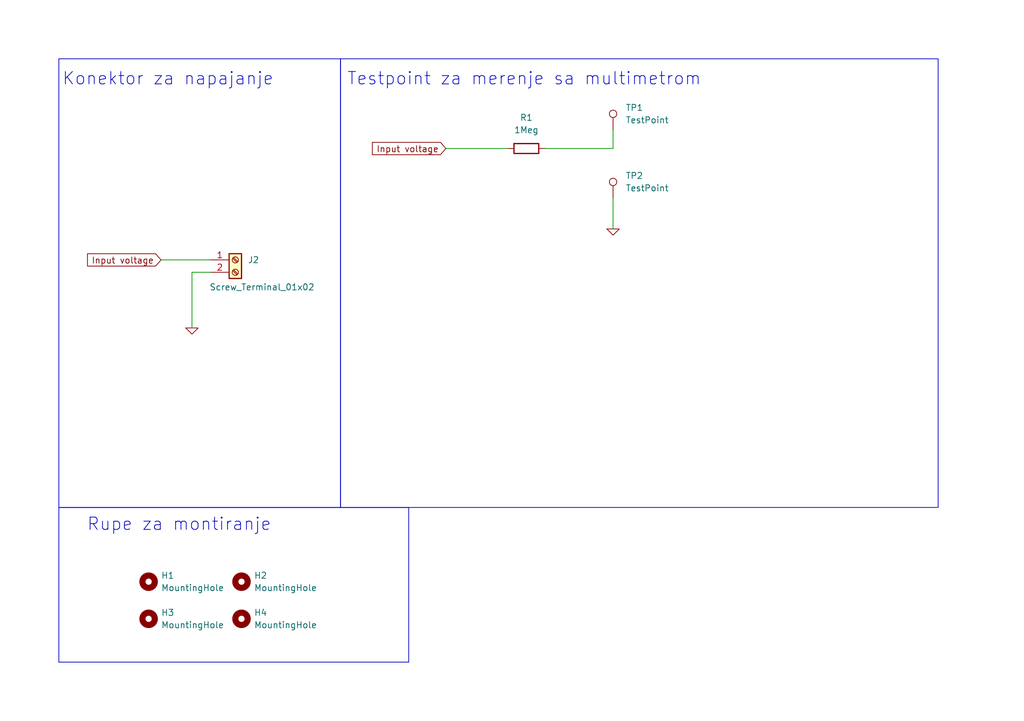
<source format=kicad_sch>
(kicad_sch (version 20231120) (generator "eeschema") (generator_version "8.0")
  (paper "A5")
  (title_block (title "Redna i paralelna otpornost") (rev "v1"))
  (lib_symbols
    (symbol "Connector:Screw_Terminal_01x02" (pin_names (offset 1.016) hide)
      (property "Reference" "J" (at 0 2.54 0))
      (property "Value" "Screw_Terminal_01x02" (at 0 -5.08 0))
      (symbol "Screw_Terminal_01x02_1_1"
        (rectangle (start -1.27 1.27) (end 1.27 -3.81) (stroke (width 0.254)) (fill (type background)))
        (circle (center 0 -2.54) (radius 0.635) (stroke (width 0.1524)))
        (polyline (pts (xy -0.5334 -2.2098) (xy 0.3302 -3.048)) (stroke (width 0.1524)))
        (polyline (pts (xy -0.5334 0.3302) (xy 0.3302 -0.508)) (stroke (width 0.1524)))
        (polyline (pts (xy -0.3556 -2.032) (xy 0.508 -2.8702)) (stroke (width 0.1524)))
        (polyline (pts (xy -0.3556 0.508) (xy 0.508 -0.3302)) (stroke (width 0.1524)))
        (circle (center 0 0) (radius 0.635) (stroke (width 0.1524)))
        (pin passive line (at -5.08 0 0) (length 3.81) (name "Pin_1") (number "1"))
        (pin passive line (at -5.08 -2.54 0) (length 3.81) (name "Pin_2") (number "2"))
      )
    )
    (symbol "Connector:TestPoint" (pin_numbers hide) (pin_names (offset 0.762) hide)
      (property "Reference" "TP" (at 0 6.858 0))
      (property "Value" "TestPoint" (at 0 5.08 0))
      (symbol "TestPoint_0_1"
        (circle (center 0 3.302) (radius 0.762))
      )
      (symbol "TestPoint_1_1"
        (pin passive line (at 0 0 90) (length 2.54) (name "1") (number "1"))
      )
    )
    (symbol "Device:R" (pin_numbers hide) (pin_names (offset 0))
      (property "Reference" "R" (at 2.032 0 90))
      (property "Value" "R" (at 0 0 90))
      (symbol "R_0_1"
        (rectangle (start -1.016 -2.54) (end 1.016 2.54) (stroke (width 0.254)))
      )
      (symbol "R_1_1"
        (pin passive line (at 0 3.81 270) (length 1.27) (name "~") (number "1"))
        (pin passive line (at 0 -3.81 90) (length 1.27) (name "~") (number "2"))
      )
    )
    (symbol "Mechanical:MountingHole" (pin_names (offset 1.016))
      (property "Reference" "H" (at 0 5.08 0))
      (property "Value" "MountingHole" (at 0 3.175 0))
      (symbol "MountingHole_0_1"
        (circle (center 0 0) (radius 1.27) (stroke (width 1.27)))
      )
    )
    (symbol "Simulation_SPICE:0" (power) (pin_names (offset 0))
      (property "Value" "0" (at 0 -1.778 0))
      (symbol "0_0_1"
        (polyline (pts (xy -1.27 0) (xy 0 -1.27) (xy 1.27 0) (xy -1.27 0)))
      )
      (symbol "0_1_1"
        (pin power_in line (at 0 0 0) (length 0) hide (name "0") (number "1"))
      )
    )
  )
  (wire (pts (xy 91.44 30.48) (xy 104.14 30.48)))
  (wire (pts (xy 125.73 26.67) (xy 125.73 30.48)))
  (wire (pts (xy 125.73 40.64) (xy 125.73 46.99)))
  (wire (pts (xy 39.37 55.88) (xy 43.18 55.88)))
  (wire (pts (xy 43.18 53.34) (xy 33.02 53.34)))
  (wire (pts (xy 125.73 30.48) (xy 111.76 30.48)))
  (wire (pts (xy 39.37 55.88) (xy 39.37 67.31)))
  (rectangle (start 12.065 12.065) (end 69.85 104.14))
  (rectangle (start 12.065 104.14) (end 83.82 135.89))
  (rectangle (start 69.85 12.065) (end 192.405 104.14))
  (text "Rupe za montiranje\n" (at 17.78 109.22 0) (effects (font (size 2.54 2.54)) (justify left bottom)))
  (text "Konektor za napajanje" (at 12.7 17.78 0) (effects (font (size 2.54 2.54)) (justify left bottom)))
  (text "Testpoint za merenje sa multimetrom\n" (at 71.12 17.78 0) (effects (font (size 2.54 2.54)) (justify left bottom)))
  (global_label "Input voltage" (shape input) (at 33.02 53.34 180) (property "Intersheetrefs" "${INTERSHEET_REFS}" (effects (hide yes))))
  (global_label "Input voltage" (shape input) (at 91.44 30.48 180) (property "Intersheetrefs" "${INTERSHEET_REFS}" (effects (hide yes))))
  (symbol (lib_id "Simulation_SPICE:0") (at 39.37 67.31 0) (unit 1)
    (property "Reference" "#GND05" (effects (hide yes)))
    (property "Value" "0" (effects (hide yes)))
  )
  (symbol (lib_id "Mechanical:MountingHole") (at 30.48 127 0) (unit 1)
    (property "Reference" "H3" (at 33.02 125.73 0) (effects (justify left)))
    (property "Value" "MountingHole" (at 33.02 128.27 0) (effects (justify left)))
    (property "Footprint" "MountingHole:MountingHole_3.2mm_M3_ISO14580_Pad_TopBottom" (effects (hide yes)))
  )
  (symbol (lib_id "Simulation_SPICE:0") (at 125.73 46.99 0) (unit 1)
    (property "Reference" "#GND02" (effects (hide yes)))
    (property "Value" "0" (effects (hide yes)))
  )
  (symbol (lib_id "Connector:Screw_Terminal_01x02") (at 48.26 53.34 0) (unit 1) (exclude_from_sim yes)
    (property "Reference" "J2" (at 50.8 53.34 0) (effects (justify left)))
    (property "Value" "Screw_Terminal_01x02" (at 42.926 58.928 0) (effects (justify left)))
    (property "Footprint" "TerminalBlock_Phoenix:TerminalBlock_Phoenix_MKDS-1,5-2-5.08_1x02_P5.08mm_Horizontal" (effects (hide yes)))
  )
  (symbol (lib_id "Device:R") (at 107.95 30.48 90) (unit 1)
    (property "Reference" "R1" (at 107.95 24.13 90))
    (property "Value" "1Meg" (at 107.95 26.67 90))
    (property "Description" "Resistor" (effects (hide yes)))
  )
  (symbol (lib_id "Connector:TestPoint") (at 125.73 26.67 0) (unit 1)
    (property "Reference" "TP1" (at 128.27 22.0979 0) (effects (justify left)))
    (property "Value" "TestPoint" (at 128.27 24.6379 0) (effects (justify left)))
    (property "Description" "test point" (effects (hide yes)))
  )
  (symbol (lib_id "Mechanical:MountingHole") (at 49.53 119.38 0) (unit 1)
    (property "Reference" "H2" (at 52.07 118.11 0) (effects (justify left)))
    (property "Value" "MountingHole" (at 52.07 120.65 0) (effects (justify left)))
    (property "Footprint" "MountingHole:MountingHole_3.2mm_M3_ISO14580_Pad_TopBottom" (effects (hide yes)))
  )
  (symbol (lib_id "Mechanical:MountingHole") (at 30.48 119.38 0) (unit 1)
    (property "Reference" "H1" (at 33.02 118.11 0) (effects (justify left)))
    (property "Value" "MountingHole" (at 33.02 120.65 0) (effects (justify left)))
    (property "Footprint" "MountingHole:MountingHole_3.2mm_M3_ISO14580_Pad_TopBottom" (effects (hide yes)))
  )
  (symbol (lib_id "Connector:TestPoint") (at 125.73 40.64 0) (unit 1)
    (property "Reference" "TP2" (at 128.27 36.0679 0) (effects (justify left)))
    (property "Value" "TestPoint" (at 128.27 38.6079 0) (effects (justify left)))
    (property "Description" "test point" (effects (hide yes)))
  )
  (symbol (lib_id "Mechanical:MountingHole") (at 49.53 127 0) (unit 1)
    (property "Reference" "H4" (at 52.07 125.73 0) (effects (justify left)))
    (property "Value" "MountingHole" (at 52.07 128.27 0) (effects (justify left)))
    (property "Footprint" "MountingHole:MountingHole_3.2mm_M3_ISO14580_Pad_TopBottom" (effects (hide yes)))
  )
)
</source>
